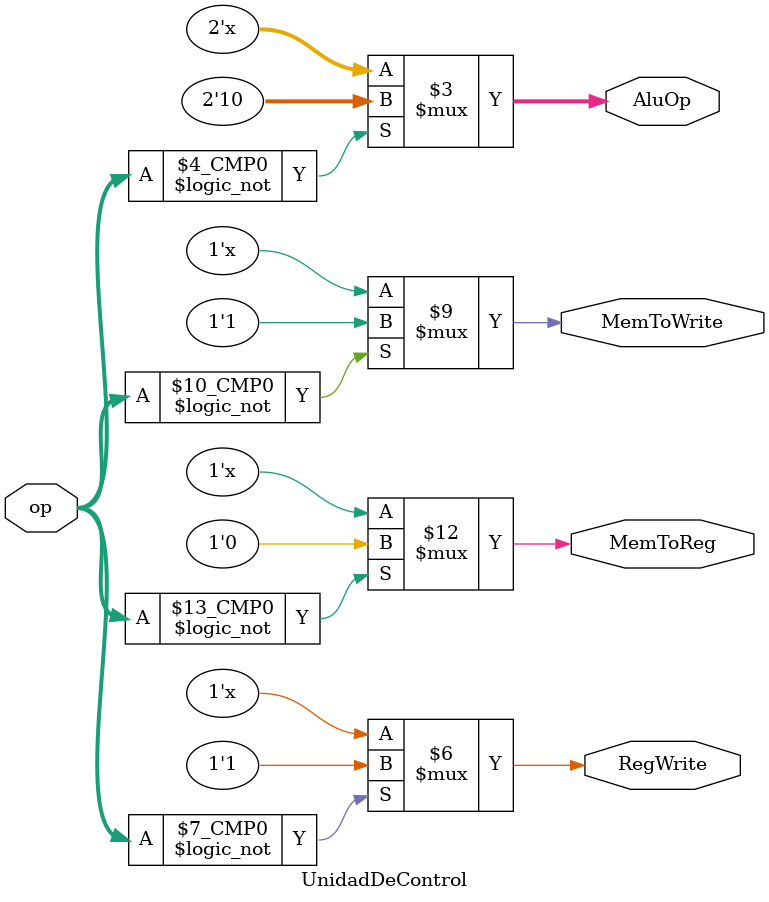
<source format=v>
module UnidadDeControl( input [5:0] op,
output reg MemToReg, output reg MemToWrite, output reg RegWrite, output reg [1:0] AluOp );

always @(op) begin

    case(op)

    6'b000000: begin  //Instrucciones tipo R
        MemToReg = 1'b0;
        MemToWrite = 1'b1;
        RegWrite = 1'b1;
        AluOp = 2'b10;
    end


    endcase

end

endmodule
</source>
